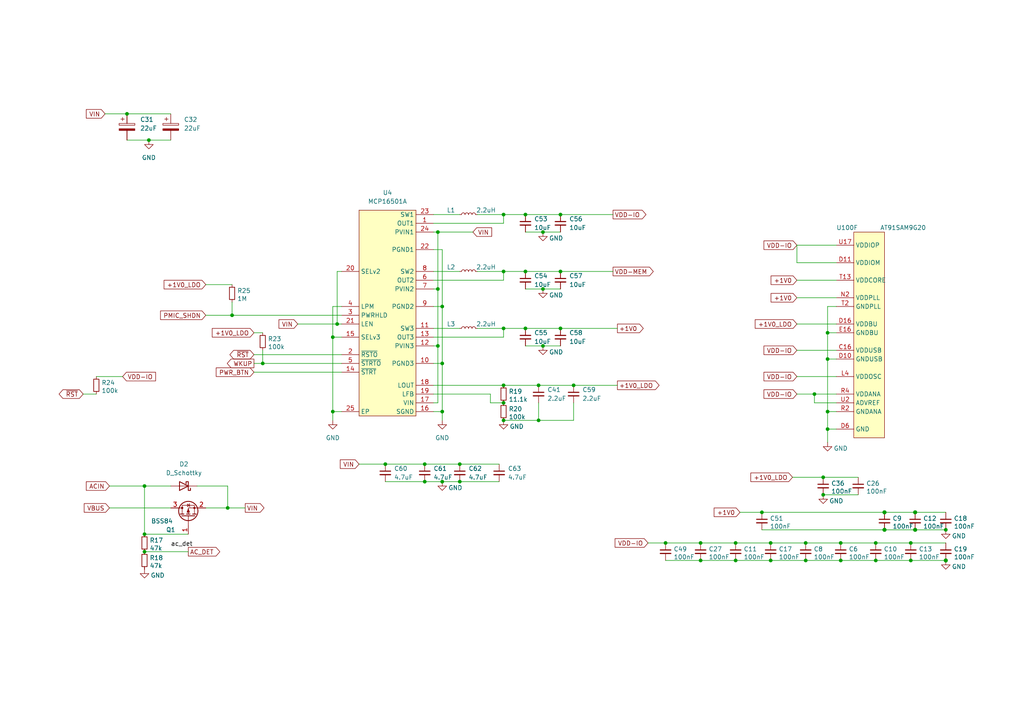
<source format=kicad_sch>
(kicad_sch (version 20211123) (generator eeschema)
  (paper "A4")
  (title_block (title "SAM9G20 SBC") (rev "0.1") (company "vd-rd"))
  (lib_symbols
    (symbol "Device:C_Polarized" (pin_numbers hide) (pin_names (offset 0.254))
      (property "Reference" "C" (at 0.635 2.54 0))
      (property "Value" "C_Polarized" (at 0.635 -2.54 0))
      (symbol "C_Polarized_0_1"
        (rectangle (start -2.286 0.508) (end 2.286 1.016))
        (polyline (pts (xy -1.778 2.286) (xy -0.762 2.286)))
        (polyline (pts (xy -1.27 2.794) (xy -1.27 1.778)))
        (rectangle (start 2.286 -0.508) (end -2.286 -1.016) (fill (type outline)))
      )
      (symbol "C_Polarized_1_1"
        (pin passive line (at 0 3.81 270) (length 2.794) (name "~") (number "1"))
        (pin passive line (at 0 -3.81 90) (length 2.794) (name "~") (number "2"))
      )
    )
    (symbol "Device:C_Small" (pin_numbers hide) (pin_names (offset 0.254) hide)
      (property "Reference" "C" (at 0.254 1.778 0))
      (property "Value" "C_Small" (at 0.254 -2.032 0))
      (symbol "C_Small_0_1"
        (polyline (pts (xy -1.524 -0.508) (xy 1.524 -0.508)) (stroke (width 0.3302)))
        (polyline (pts (xy -1.524 0.508) (xy 1.524 0.508)) (stroke (width 0.3048)))
      )
      (symbol "C_Small_1_1"
        (pin passive line (at 0 2.54 270) (length 2.032) (name "~") (number "1"))
        (pin passive line (at 0 -2.54 90) (length 2.032) (name "~") (number "2"))
      )
    )
    (symbol "Device:D_Schottky" (pin_numbers hide) (pin_names (offset 1.016) hide)
      (property "Reference" "D" (at 0 2.54 0))
      (property "Value" "D_Schottky" (at 0 -2.54 0))
      (symbol "D_Schottky_0_1"
        (polyline (pts (xy 1.27 0) (xy -1.27 0)))
        (polyline (pts (xy 1.27 1.27) (xy 1.27 -1.27) (xy -1.27 0) (xy 1.27 1.27)) (stroke (width 0.254)))
        (polyline (pts (xy -1.905 0.635) (xy -1.905 1.27) (xy -1.27 1.27) (xy -1.27 -1.27) (xy -0.635 -1.27) (xy -0.635 -0.635)) (stroke (width 0.254)))
      )
      (symbol "D_Schottky_1_1"
        (pin passive line (at -3.81 0 0) (length 2.54) (name "K") (number "1"))
        (pin passive line (at 3.81 0 180) (length 2.54) (name "A") (number "2"))
      )
    )
    (symbol "Device:L_Small" (pin_numbers hide) (pin_names (offset 0.254) hide)
      (property "Reference" "L" (at 0.762 1.016 0))
      (property "Value" "L_Small" (at 0.762 -1.016 0))
      (symbol "L_Small_0_1"
        (arc (start 0 -2.032) (mid 0.508 -1.524) (end 0 -1.016))
        (arc (start 0 -1.016) (mid 0.508 -0.508) (end 0 0))
        (arc (start 0 0) (mid 0.508 0.508) (end 0 1.016))
        (arc (start 0 1.016) (mid 0.508 1.524) (end 0 2.032))
      )
      (symbol "L_Small_1_1"
        (pin passive line (at 0 2.54 270) (length 0.508) (name "~") (number "1"))
        (pin passive line (at 0 -2.54 90) (length 0.508) (name "~") (number "2"))
      )
    )
    (symbol "Device:R_Small" (pin_numbers hide) (pin_names (offset 0.254) hide)
      (property "Reference" "R" (at 0.762 0.508 0))
      (property "Value" "R_Small" (at 0.762 -1.016 0))
      (symbol "R_Small_0_1"
        (rectangle (start -0.762 1.778) (end 0.762 -1.778) (stroke (width 0.2032)))
      )
      (symbol "R_Small_1_1"
        (pin passive line (at 0 2.54 270) (length 0.762) (name "~") (number "1"))
        (pin passive line (at 0 -2.54 90) (length 0.762) (name "~") (number "2"))
      )
    )
    (symbol "Transistor_FET:BSS84" (pin_names hide)
      (property "Reference" "Q" (at 5.08 1.905 0))
      (property "Value" "BSS84" (at 5.08 0 0))
      (symbol "BSS84_0_1"
        (polyline (pts (xy 0.254 0) (xy -2.54 0)))
        (polyline (pts (xy 0.254 1.905) (xy 0.254 -1.905)) (stroke (width 0.254)))
        (polyline (pts (xy 0.762 -1.27) (xy 0.762 -2.286)) (stroke (width 0.254)))
        (polyline (pts (xy 0.762 0.508) (xy 0.762 -0.508)) (stroke (width 0.254)))
        (polyline (pts (xy 0.762 2.286) (xy 0.762 1.27)) (stroke (width 0.254)))
        (polyline (pts (xy 2.54 2.54) (xy 2.54 1.778)))
        (polyline (pts (xy 2.54 -2.54) (xy 2.54 0) (xy 0.762 0)))
        (polyline (pts (xy 0.762 1.778) (xy 3.302 1.778) (xy 3.302 -1.778) (xy 0.762 -1.778)))
        (polyline (pts (xy 2.286 0) (xy 1.27 0.381) (xy 1.27 -0.381) (xy 2.286 0)) (fill (type outline)))
        (polyline (pts (xy 2.794 -0.508) (xy 2.921 -0.381) (xy 3.683 -0.381) (xy 3.81 -0.254)))
        (polyline (pts (xy 3.302 -0.381) (xy 2.921 0.254) (xy 3.683 0.254) (xy 3.302 -0.381)))
        (circle (center 1.651 0) (radius 2.794) (stroke (width 0.254)))
        (circle (center 2.54 -1.778) (radius 0.254) (fill (type outline)))
        (circle (center 2.54 1.778) (radius 0.254) (fill (type outline)))
      )
      (symbol "BSS84_1_1"
        (pin input line (at -5.08 0 0) (length 2.54) (name "G") (number "1"))
        (pin passive line (at 2.54 -5.08 90) (length 2.54) (name "S") (number "2"))
        (pin passive line (at 2.54 5.08 270) (length 2.54) (name "D") (number "3"))
      )
    )
    (symbol "microchip:AT91SAM9G20"
      (property "Reference" "U" (at 0 43.18 0))
      (property "Value" "AT91SAM9G20" (at -8.89 43.18 0))
      (symbol "AT91SAM9G20_1_0"
        (pin passive line (at -8.89 -31.75 0) (length 5.08) (name "PA28") (number "L14"))
        (pin passive line (at -8.89 -39.37 0) (length 5.08) (name "PA31") (number "N14"))
        (pin passive line (at -8.89 -36.83 0) (length 5.08) (name "PA30") (number "N15"))
        (pin passive line (at -8.89 36.83 0) (length 5.08) (name "PA1") (number "P11"))
        (pin passive line (at -8.89 31.75 0) (length 5.08) (name "PA3") (number "P12"))
        (pin passive line (at -8.89 21.59 0) (length 5.08) (name "PA7") (number "P13"))
        (pin passive line (at -8.89 16.51 0) (length 5.08) (name "PA9") (number "P14"))
        (pin passive line (at -8.89 -26.67 0) (length 5.08) (name "PA26") (number "P15"))
        (pin passive line (at -8.89 -24.13 0) (length 5.08) (name "PA25") (number "P16"))
        (pin passive line (at -8.89 39.37 0) (length 5.08) (name "PA0") (number "R10"))
        (pin passive line (at -8.89 29.21 0) (length 5.08) (name "PA4") (number "R11"))
        (pin passive line (at -8.89 26.67 0) (length 5.08) (name "PA5") (number "R12"))
        (pin passive line (at -8.89 13.97 0) (length 5.08) (name "PA10") (number "R13"))
        (pin passive line (at -8.89 -13.97 0) (length 5.08) (name "PA21") (number "R14"))
        (pin passive line (at -8.89 -19.05 0) (length 5.08) (name "PA23") (number "R15"))
        (pin passive line (at -8.89 -21.59 0) (length 5.08) (name "PA24") (number "R16"))
        (pin passive line (at -8.89 -34.29 0) (length 5.08) (name "PA29") (number "R17"))
        (pin passive line (at -8.89 24.13 0) (length 5.08) (name "PA6") (number "T10"))
        (pin passive line (at -8.89 19.05 0) (length 5.08) (name "PA8") (number "T11"))
        (pin passive line (at -8.89 11.43 0) (length 5.08) (name "PA11") (number "T12"))
        (pin passive line (at -8.89 -11.43 0) (length 5.08) (name "PA20") (number "T14"))
        (pin passive line (at -8.89 -16.51 0) (length 5.08) (name "PA22") (number "T16"))
        (pin passive line (at -8.89 -29.21 0) (length 5.08) (name "PA27") (number "T17"))
        (pin passive line (at -8.89 34.29 0) (length 5.08) (name "PA2") (number "T9"))
        (pin passive line (at -8.89 6.35 0) (length 5.08) (name "PA13") (number "U10"))
        (pin passive line (at -8.89 3.81 0) (length 5.08) (name "PA14") (number "U11"))
        (pin passive line (at -8.89 1.27 0) (length 5.08) (name "PA15") (number "U12"))
        (pin passive line (at -8.89 -8.89 0) (length 5.08) (name "PA19") (number "U13"))
        (pin passive line (at -8.89 -3.81 0) (length 5.08) (name "PA17") (number "U14"))
        (pin passive line (at -8.89 -1.27 0) (length 5.08) (name "PA16") (number "U15"))
        (pin passive line (at -8.89 -6.35 0) (length 5.08) (name "PA18") (number "U16"))
        (pin passive line (at -8.89 8.89 0) (length 5.08) (name "PA12") (number "U9"))
      )
      (symbol "AT91SAM9G20_1_1"
        (rectangle (start -3.81 40.64) (end 3.81 -40.64) (stroke (width 0.1524)) (fill (type background)))
      )
      (symbol "AT91SAM9G20_2_0"
        (pin passive line (at -8.89 -6.35 0) (length 5.08) (name "PB18") (number "H17"))
        (pin passive line (at -8.89 -8.89 0) (length 5.08) (name "PB19") (number "J15"))
        (pin passive line (at -8.89 -1.27 0) (length 5.08) (name "PB16") (number "J17"))
        (pin passive line (at -8.89 29.21 0) (length 5.08) (name "PB4") (number "K14"))
        (pin passive line (at -8.89 -3.81 0) (length 5.08) (name "PB17") (number "K15"))
        (pin passive line (at -8.89 1.27 0) (length 5.08) (name "PB15") (number "K17"))
        (pin passive line (at -8.89 16.51 0) (length 5.08) (name "PB9") (number "L15"))
        (pin passive line (at -8.89 19.05 0) (length 5.08) (name "PB8") (number "L16"))
        (pin passive line (at -8.89 3.81 0) (length 5.08) (name "PB14") (number "L17"))
        (pin passive line (at -8.89 36.83 0) (length 5.08) (name "PB1") (number "M14"))
        (pin passive line (at -8.89 34.29 0) (length 5.08) (name "PB2") (number "M15"))
        (pin passive line (at -8.89 31.75 0) (length 5.08) (name "PB3") (number "M16"))
        (pin passive line (at -8.89 21.59 0) (length 5.08) (name "PB7") (number "M17"))
        (pin passive line (at -8.89 39.37 0) (length 5.08) (name "PB0") (number "N16"))
        (pin passive line (at -8.89 24.13 0) (length 5.08) (name "PB6") (number "N17"))
        (pin passive line (at -8.89 -39.37 0) (length 5.08) (name "PB31") (number "P10"))
        (pin passive line (at -8.89 26.67 0) (length 5.08) (name "PB5") (number "P17"))
        (pin passive line (at -8.89 11.43 0) (length 5.08) (name "PB11") (number "P5"))
        (pin passive line (at -8.89 6.35 0) (length 5.08) (name "PB13") (number "P6"))
        (pin passive line (at -8.89 -21.59 0) (length 5.08) (name "PB24") (number "P7"))
        (pin passive line (at -8.89 -36.83 0) (length 5.08) (name "PB30") (number "P9"))
        (pin passive line (at -8.89 8.89 0) (length 5.08) (name "PB12") (number "R5"))
        (pin passive line (at -8.89 -19.05 0) (length 5.08) (name "PB23") (number "R6"))
        (pin passive line (at -8.89 -26.67 0) (length 5.08) (name "PB26") (number "R8"))
        (pin passive line (at -8.89 -31.75 0) (length 5.08) (name "PB28") (number "R9"))
        (pin passive line (at -8.89 13.97 0) (length 5.08) (name "PB10") (number "T5"))
        (pin passive line (at -8.89 -16.51 0) (length 5.08) (name "PB22") (number "T6"))
        (pin passive line (at -8.89 -34.29 0) (length 5.08) (name "PB29") (number "T8"))
        (pin passive line (at -8.89 -11.43 0) (length 5.08) (name "PB20") (number "U5"))
        (pin passive line (at -8.89 -13.97 0) (length 5.08) (name "PB21") (number "U6"))
        (pin passive line (at -8.89 -24.13 0) (length 5.08) (name "PB25") (number "U7"))
        (pin passive line (at -8.89 -29.21 0) (length 5.08) (name "PB27") (number "U8"))
      )
      (symbol "AT91SAM9G20_2_1"
        (rectangle (start -3.81 40.64) (end 3.81 -40.64) (stroke (width 0.1524)) (fill (type background)))
      )
      (symbol "AT91SAM9G20_3_0"
        (pin passive line (at -8.89 26.67 0) (length 5.08) (name "PC5") (number "A15"))
        (pin passive line (at -8.89 24.13 0) (length 5.08) (name "PC6") (number "A16"))
        (pin passive line (at -8.89 29.21 0) (length 5.08) (name "PC4") (number "A17"))
        (pin passive line (at -8.89 21.59 0) (length 5.08) (name "PC7") (number "B11"))
        (pin passive line (at -8.89 13.97 0) (length 5.08) (name "PC10") (number "B12"))
        (pin passive line (at -8.89 6.35 0) (length 5.08) (name "PC13") (number "B13"))
        (pin passive line (at -8.89 11.43 0) (length 5.08) (name "PC11") (number "B14"))
        (pin passive line (at -8.89 3.81 0) (length 5.08) (name "PC14") (number "B15"))
        (pin passive line (at -8.89 19.05 0) (length 5.08) (name "PC8") (number "B16"))
        (pin passive line (at -8.89 16.51 0) (length 5.08) (name "PC9") (number "C11"))
        (pin passive line (at -8.89 8.89 0) (length 5.08) (name "PC12") (number "C12"))
        (pin passive line (at -8.89 1.27 0) (length 5.08) (name "PC15") (number "G1"))
        (pin passive line (at -8.89 -6.35 0) (length 5.08) (name "PC18") (number "H1"))
        (pin passive line (at -8.89 -8.89 0) (length 5.08) (name "PC19") (number "J1"))
        (pin passive line (at -8.89 -3.81 0) (length 5.08) (name "PC17") (number "J2"))
        (pin passive line (at -8.89 -1.27 0) (length 5.08) (name "PC16") (number "J4"))
        (pin passive line (at -8.89 -21.59 0) (length 5.08) (name "PC24") (number "K1"))
        (pin passive line (at -8.89 -11.43 0) (length 5.08) (name "PC20") (number "K2"))
        (pin passive line (at -8.89 -13.97 0) (length 5.08) (name "PC21") (number "K4"))
        (pin passive line (at -8.89 -26.67 0) (length 5.08) (name "PC26") (number "L2"))
        (pin passive line (at -8.89 -24.13 0) (length 5.08) (name "PC25") (number "L3"))
        (pin passive line (at -8.89 -39.37 0) (length 5.08) (name "PC31") (number "M2"))
        (pin passive line (at -8.89 -16.51 0) (length 5.08) (name "PC22") (number "M4"))
        (pin passive line (at -8.89 -19.05 0) (length 5.08) (name "PC23") (number "N3"))
        (pin passive line (at -8.89 -29.21 0) (length 5.08) (name "PC27") (number "N4"))
        (pin passive line (at -8.89 -36.83 0) (length 5.08) (name "PC30") (number "P3"))
        (pin passive line (at -8.89 -31.75 0) (length 5.08) (name "PC28") (number "P4"))
        (pin passive line (at -8.89 -34.29 0) (length 5.08) (name "PC29") (number "R3"))
        (pin passive line (at -8.89 39.37 0) (length 5.08) (name "PC0") (number "T3"))
        (pin passive line (at -8.89 36.83 0) (length 5.08) (name "PC1") (number "T4"))
        (pin passive line (at -8.89 34.29 0) (length 5.08) (name "PC2") (number "U3"))
        (pin passive line (at -8.89 31.75 0) (length 5.08) (name "PC3") (number "U4"))
      )
      (symbol "AT91SAM9G20_3_1"
        (rectangle (start -3.81 40.64) (end 3.81 -40.64) (stroke (width 0.1524)) (fill (type background)))
      )
      (symbol "AT91SAM9G20_4_0"
        (pin passive line (at 24.13 -24.13 180) (length 5.08) (name "NWR3/NBS3/CFIOW") (number "A1"))
        (pin passive line (at -12.7 -15.24 0) (length 5.08) (name "A21") (number "A10"))
        (pin passive line (at -12.7 -17.78 0) (length 5.08) (name "A22") (number "A11"))
        (pin passive line (at 24.13 -19.05 180) (length 5.08) (name "NWR0/NWE/CFWE") (number "A12"))
        (pin passive line (at 24.13 -29.21 180) (length 5.08) (name "NRD/CFOE") (number "A13"))
        (pin passive line (at 24.13 -6.35 180) (length 5.08) (name "NCS0") (number "A14"))
        (pin passive line (at -12.7 38.1 0) (length 5.08) (name "A0/NBS0") (number "A2"))
        (pin passive line (at -12.7 35.56 0) (length 5.08) (name "A1/NBS2/NWR2") (number "A3"))
        (pin passive line (at -12.7 22.86 0) (length 5.08) (name "A6") (number "A4"))
        (pin passive line (at -12.7 17.78 0) (length 5.08) (name "A8") (number "A5"))
        (pin passive line (at -12.7 10.16 0) (length 5.08) (name "A11") (number "A6"))
        (pin passive line (at -12.7 5.08 0) (length 5.08) (name "A13") (number "A7"))
        (pin passive line (at -12.7 -2.54 0) (length 5.08) (name "A16/BA0") (number "A8"))
        (pin passive line (at -12.7 -7.62 0) (length 5.08) (name "A18") (number "A9"))
        (pin passive line (at -12.7 -35.56 0) (length 5.08) (name "SDCK") (number "B1"))
        (pin passive line (at 24.13 -31.75 180) (length 5.08) (name "NANDWE") (number "B10"))
        (pin passive line (at 24.13 -21.59 180) (length 5.08) (name "NWR1/NBS1/CFIOR") (number "B2"))
        (pin passive line (at 24.13 -8.89 180) (length 5.08) (name "NCS1/SDCS") (number "B3"))
        (pin passive line (at -12.7 -22.86 0) (length 5.08) (name "SDA10") (number "B4"))
        (pin passive line (at -12.7 30.48 0) (length 5.08) (name "A3") (number "B5"))
        (pin passive line (at -12.7 20.32 0) (length 5.08) (name "A7") (number "B6"))
        (pin passive line (at -12.7 7.62 0) (length 5.08) (name "A12") (number "B7"))
        (pin passive line (at -12.7 0 0) (length 5.08) (name "A15") (number "B8"))
        (pin passive line (at -12.7 -12.7 0) (length 5.08) (name "A20") (number "B9"))
        (pin passive line (at 24.13 17.78 180) (length 5.08) (name "D8") (number "C1"))
        (pin passive line (at 24.13 -34.29 180) (length 5.08) (name "NANDOE") (number "C10"))
        (pin passive line (at 24.13 35.56 180) (length 5.08) (name "D1") (number "C2"))
        (pin passive line (at -12.7 -33.02 0) (length 5.08) (name "CAS") (number "C3"))
        (pin passive line (at -12.7 33.02 0) (length 5.08) (name "A2") (number "C4"))
        (pin passive line (at -12.7 27.94 0) (length 5.08) (name "A4") (number "C5"))
        (pin passive line (at -12.7 15.24 0) (length 5.08) (name "A9") (number "C6"))
        (pin passive line (at -12.7 2.54 0) (length 5.08) (name "A14") (number "C7"))
        (pin passive line (at -12.7 -5.08 0) (length 5.08) (name "A17/BA1") (number "C8"))
        (pin passive line (at -12.7 -10.16 0) (length 5.08) (name "A19") (number "C9"))
        (pin passive line (at 24.13 15.24 180) (length 5.08) (name "D9") (number "D1"))
        (pin passive line (at 24.13 33.02 180) (length 5.08) (name "D2") (number "D2"))
        (pin passive line (at -12.7 -27.94 0) (length 5.08) (name "RAS") (number "D3"))
        (pin passive line (at 24.13 38.1 180) (length 5.08) (name "D0") (number "D4"))
        (pin passive line (at -12.7 25.4 0) (length 5.08) (name "A5") (number "D5"))
        (pin passive line (at -12.7 12.7 0) (length 5.08) (name "A10") (number "D7"))
        (pin passive line (at 24.13 12.7 180) (length 5.08) (name "D10") (number "E1"))
        (pin passive line (at 24.13 25.4 180) (length 5.08) (name "D5") (number "E2"))
        (pin passive line (at 24.13 30.48 180) (length 5.08) (name "D3") (number "E3"))
        (pin passive line (at 24.13 27.94 180) (length 5.08) (name "D4") (number "E4"))
        (pin passive line (at 24.13 5.08 180) (length 5.08) (name "D13") (number "F1"))
        (pin passive line (at -12.7 -30.48 0) (length 5.08) (name "SDWE") (number "F2"))
        (pin passive line (at 24.13 22.86 180) (length 5.08) (name "D6") (number "F3"))
        (pin passive line (at 24.13 20.32 180) (length 5.08) (name "D7") (number "G2"))
        (pin passive line (at -12.7 -38.1 0) (length 5.08) (name "SDCKE") (number "G3"))
        (pin passive line (at 24.13 2.54 180) (length 5.08) (name "D14") (number "H2"))
        (pin passive line (at 24.13 7.62 180) (length 5.08) (name "D12") (number "H3"))
        (pin passive line (at 24.13 10.16 180) (length 5.08) (name "D11") (number "H4"))
        (pin passive line (at 24.13 0 180) (length 5.08) (name "D15") (number "K3"))
      )
      (symbol "AT91SAM9G20_4_1"
        (rectangle (start -7.62 39.37) (end 19.05 -39.37) (stroke (width 0.1524)) (fill (type background)))
      )
      (symbol "AT91SAM9G20_5_0"
        (pin passive line (at -8.89 3.81 0) (length 5.08) (name "WKUP") (number "B17"))
        (pin passive line (at -8.89 -3.81 0) (length 5.08) (name "DDP") (number "C13"))
        (pin passive line (at -8.89 -13.97 0) (length 5.08) (name "HDMB") (number "C14"))
        (pin no_connect line (at -8.89 -44.45 0) (length 5.08) hide (name "NC") (number "C15"))
        (pin passive line (at -8.89 1.27 0) (length 5.08) (name "SHDN") (number "C17"))
        (pin passive line (at -8.89 -6.35 0) (length 5.08) (name "DDM") (number "D13"))
        (pin passive line (at -8.89 -11.43 0) (length 5.08) (name "HDPB") (number "D14"))
        (pin no_connect line (at -8.89 -44.45 0) (length 5.08) (name "NC") (number "D15"))
        (pin passive line (at -8.89 -31.75 0) (length 5.08) (name "XIN32") (number "D17"))
        (pin passive line (at -8.89 -19.05 0) (length 5.08) (name "HDPA") (number "E14"))
        (pin passive line (at -8.89 -21.59 0) (length 5.08) (name "HDMA") (number "E15"))
        (pin passive line (at -8.89 -34.29 0) (length 5.08) (name "XOUT32") (number "E17"))
        (pin passive line (at -8.89 6.35 0) (length 5.08) (name "OSCSEL") (number "F14"))
        (pin passive line (at -8.89 8.89 0) (length 5.08) (name "BMS") (number "F15"))
        (pin passive line (at -8.89 31.75 0) (length 5.08) (name "JTAGSEL") (number "F16"))
        (pin passive line (at -8.89 -26.67 0) (length 5.08) (name "TST") (number "F17"))
        (pin passive line (at -8.89 11.43 0) (length 5.08) (name "NRST") (number "G15"))
        (pin passive line (at -8.89 19.05 0) (length 5.08) (name "RTCK") (number "G16"))
        (pin passive line (at -8.89 21.59 0) (length 5.08) (name "TMS") (number "G17"))
        (pin passive line (at -8.89 29.21 0) (length 5.08) (name "TCK") (number "H15"))
        (pin passive line (at -8.89 16.51 0) (length 5.08) (name "NTRST") (number "H16"))
        (pin passive line (at -8.89 24.13 0) (length 5.08) (name "TDO") (number "J14"))
        (pin passive line (at -8.89 26.67 0) (length 5.08) (name "TDI") (number "J16"))
        (pin passive line (at -8.89 -36.83 0) (length 5.08) (name "XIN") (number "N1"))
        (pin passive line (at -8.89 -39.37 0) (length 5.08) (name "XOUT") (number "P1"))
        (pin no_connect line (at -8.89 -44.45 0) (length 5.08) hide (name "NC") (number "R1"))
        (pin no_connect line (at -8.89 -44.45 0) (length 5.08) hide (name "NC") (number "T1"))
      )
      (symbol "AT91SAM9G20_5_1"
        (rectangle (start -3.81 34.29) (end 5.08 -46.99) (stroke (width 0.1524)) (fill (type background)))
      )
      (symbol "AT91SAM9G20_6_0"
        (pin passive line (at -6.35 3.81 0) (length 5.08) (name "VDDUSB") (number "C16"))
        (pin passive line (at -6.35 1.27 0) (length 5.08) (name "GNDUSB") (number "D10"))
        (pin power_in line (at -6.35 29.21 0) (length 5.08) (name "VDDIOM") (number "D11"))
        (pin passive line (at -6.35 1.27 0) (length 5.08) hide (name "GNDUSB") (number "D12"))
        (pin power_in line (at -6.35 11.43 0) (length 5.08) (name "VDDBU") (number "D16"))
        (pin passive line (at -6.35 -19.05 0) (length 5.08) (name "GND") (number "D6"))
        (pin passive line (at -6.35 -19.05 0) (length 5.08) hide (name "GND") (number "D8"))
        (pin power_in line (at -6.35 24.13 0) (length 5.08) hide (name "VDDCORE") (number "D9"))
        (pin passive line (at -6.35 8.89 0) (length 5.08) (name "GNDBU") (number "E16"))
        (pin passive line (at -6.35 -19.05 0) (length 5.08) hide (name "GND") (number "F4"))
        (pin passive line (at -6.35 -19.05 0) (length 5.08) hide (name "GND") (number "G14"))
        (pin power_in line (at -6.35 29.21 0) (length 5.08) hide (name "VDDIOM") (number "G4"))
        (pin passive line (at -6.35 -19.05 0) (length 5.08) hide (name "GND") (number "H10"))
        (pin power_in line (at -6.35 24.13 0) (length 5.08) hide (name "VDDCORE") (number "H14"))
        (pin passive line (at -6.35 -19.05 0) (length 5.08) hide (name "GND") (number "H8"))
        (pin passive line (at -6.35 -19.05 0) (length 5.08) hide (name "GND") (number "H9"))
        (pin passive line (at -6.35 -19.05 0) (length 5.08) hide (name "GND") (number "J10"))
        (pin power_in line (at -6.35 29.21 0) (length 5.08) hide (name "VDDIOM") (number "J3"))
        (pin passive line (at -6.35 -19.05 0) (length 5.08) hide (name "GND") (number "J8"))
        (pin passive line (at -6.35 -19.05 0) (length 5.08) hide (name "GND") (number "J9"))
        (pin passive line (at -6.35 -19.05 0) (length 5.08) hide (name "GND") (number "K10"))
        (pin passive line (at -6.35 -19.05 0) (length 5.08) hide (name "GND") (number "K16"))
        (pin passive line (at -6.35 -19.05 0) (length 5.08) hide (name "GND") (number "K8"))
        (pin passive line (at -6.35 -19.05 0) (length 5.08) hide (name "GND") (number "K9"))
        (pin passive line (at -6.35 -19.05 0) (length 5.08) hide (name "GND") (number "L1"))
        (pin passive line (at -6.35 -3.81 0) (length 5.08) (name "VDDOSC") (number "L4"))
        (pin power_in line (at -6.35 24.13 0) (length 5.08) hide (name "VDDCORE") (number "M1"))
        (pin passive line (at -6.35 -19.05 0) (length 5.08) hide (name "GND") (number "M3"))
        (pin passive line (at -6.35 19.05 0) (length 5.08) (name "VDDPLL") (number "N2"))
        (pin passive line (at -6.35 19.05 0) (length 5.08) hide (name "VDDPLL") (number "P2"))
        (pin power_in line (at -6.35 34.29 0) (length 5.08) hide (name "VDDIOP") (number "P8"))
        (pin passive line (at -6.35 -13.97 0) (length 5.08) (name "GNDANA") (number "R2"))
        (pin passive line (at -6.35 -8.89 0) (length 5.08) (name "VDDANA") (number "R4"))
        (pin passive line (at -6.35 -19.05 0) (length 5.08) hide (name "GND") (number "R7"))
        (pin power_in line (at -6.35 24.13 0) (length 5.08) (name "VDDCORE") (number "T13"))
        (pin passive line (at -6.35 -19.05 0) (length 5.08) hide (name "GND") (number "T15"))
        (pin passive line (at -6.35 16.51 0) (length 5.08) (name "GNDPLL") (number "T2"))
        (pin passive line (at -6.35 -19.05 0) (length 5.08) hide (name "GND") (number "T7"))
        (pin passive line (at -6.35 16.51 0) (length 5.08) hide (name "GNDPLL") (number "U1"))
        (pin power_in line (at -6.35 34.29 0) (length 5.08) (name "VDDIOP") (number "U17"))
        (pin passive line (at -6.35 -11.43 0) (length 5.08) (name "ADVREF") (number "U2"))
      )
      (symbol "AT91SAM9G20_6_1"
        (rectangle (start -1.27 38.1) (end 7.62 -21.59) (stroke (width 0.1524)) (fill (type background)))
      )
    )
    (symbol "microchip:MCP16501"
      (property "Reference" "U" (at -1.27 35.56 0))
      (property "Value" "MCP16501" (at 0 33.02 0))
      (symbol "MCP16501_0_1"
        (rectangle (start -7.62 31.75) (end 8.89 -27.94) (stroke (width 0.1524)) (fill (type background)))
      )
      (symbol "MCP16501_1_0"
        (pin passive line (at 13.97 27.94 180) (length 5.08) (name "OUT1") (number "1"))
        (pin passive line (at 13.97 -12.7 180) (length 5.08) (name "PGND3") (number "10"))
        (pin passive line (at 13.97 -2.54 180) (length 5.08) (name "SW3") (number "11"))
        (pin passive line (at 13.97 -7.62 180) (length 5.08) (name "PVIN3") (number "12"))
        (pin passive line (at 13.97 -5.08 180) (length 5.08) (name "OUT3") (number "13"))
        (pin passive line (at -12.7 -15.24 0) (length 5.08) (name "~{STRT}") (number "14"))
        (pin passive line (at -12.7 -5.08 0) (length 5.08) (name "SELv3") (number "15"))
        (pin passive line (at 13.97 -26.67 180) (length 5.08) (name "SGND") (number "16"))
        (pin passive line (at 13.97 -24.13 180) (length 5.08) (name "VIN") (number "17"))
        (pin passive line (at 13.97 -19.05 180) (length 5.08) (name "LOUT") (number "18"))
        (pin passive line (at 13.97 -21.59 180) (length 5.08) (name "LFB") (number "19"))
        (pin passive line (at -12.7 -10.16 0) (length 5.08) (name "~{RSTO}") (number "2"))
        (pin passive line (at -12.7 13.97 0) (length 5.08) (name "SELv2") (number "20"))
        (pin passive line (at -12.7 -1.27 0) (length 5.08) (name "LEN") (number "21"))
        (pin passive line (at 13.97 20.32 180) (length 5.08) (name "PGND1") (number "22"))
        (pin passive line (at 13.97 30.48 180) (length 5.08) (name "SW1") (number "23"))
        (pin passive line (at 13.97 25.4 180) (length 5.08) (name "PVIN1") (number "24"))
        (pin passive line (at -12.7 -26.67 0) (length 5.08) (name "EP") (number "25"))
        (pin passive line (at -12.7 1.27 0) (length 5.08) (name "PWRHLD") (number "3"))
        (pin passive line (at -12.7 3.81 0) (length 5.08) (name "LPM") (number "4"))
        (pin passive line (at -12.7 -12.7 0) (length 5.08) (name "~{STRTO}") (number "5"))
        (pin passive line (at 13.97 11.43 180) (length 5.08) (name "OUT2") (number "6"))
        (pin passive line (at 13.97 8.89 180) (length 5.08) (name "PVIN2") (number "7"))
        (pin passive line (at 13.97 13.97 180) (length 5.08) (name "SW2") (number "8"))
        (pin passive line (at 13.97 3.81 180) (length 5.08) (name "PGND2") (number "9"))
      )
    )
    (symbol "power:GND" (power) (pin_names (offset 0))
      (property "Value" "GND" (at 0 -3.81 0))
      (symbol "GND_0_1"
        (polyline (pts (xy 0 0) (xy 0 -1.27) (xy 1.27 -1.27) (xy 0 -2.54) (xy -1.27 -1.27) (xy 0 -1.27)))
      )
      (symbol "GND_1_1"
        (pin power_in line (at 0 0 270) (length 0) hide (name "GND") (number "1"))
      )
    )
  )
  (junction (at 264.16 162.56))
  (junction (at 128.27 139.7))
  (junction (at 157.48 100.33))
  (junction (at 133.35 139.7))
  (junction (at 146.05 116.84))
  (junction (at 146.05 111.76))
  (junction (at 128.27 119.38))
  (junction (at 254 157.48))
  (junction (at 146.05 78.74))
  (junction (at 223.52 157.48))
  (junction (at 203.2 162.56))
  (junction (at 203.2 157.48))
  (junction (at 233.68 162.56))
  (junction (at 123.19 139.7))
  (junction (at 243.84 162.56))
  (junction (at 236.22 114.3))
  (junction (at 166.37 111.76))
  (junction (at 256.54 153.67) (diameter 1.016))
  (junction (at 238.76 143.51))
  (junction (at 76.2 105.41))
  (junction (at 97.79 93.98))
  (junction (at 233.68 157.48))
  (junction (at 240.03 96.52))
  (junction (at 36.83 33.02))
  (junction (at 274.32 162.56) (diameter 1.016))
  (junction (at 162.56 95.25))
  (junction (at 67.31 91.44))
  (junction (at 41.91 160.02))
  (junction (at 213.36 162.56))
  (junction (at 96.52 97.79))
  (junction (at 123.19 134.62))
  (junction (at 254 162.56))
  (junction (at 111.76 134.62))
  (junction (at 96.52 119.38))
  (junction (at 265.43 148.59) (diameter 1.016))
  (junction (at 127 83.82))
  (junction (at 66.04 147.32))
  (junction (at 264.16 157.48))
  (junction (at 156.21 121.92))
  (junction (at 146.05 95.25))
  (junction (at 146.05 62.23))
  (junction (at 256.54 148.59) (diameter 1.016))
  (junction (at 128.27 105.41))
  (junction (at 127 67.31))
  (junction (at 240.03 119.38))
  (junction (at 128.27 88.9))
  (junction (at 157.48 67.31))
  (junction (at 146.05 121.92))
  (junction (at 240.03 104.14))
  (junction (at 152.4 95.25))
  (junction (at 240.03 124.46))
  (junction (at 133.35 134.62))
  (junction (at 265.43 153.67) (diameter 1.016))
  (junction (at 243.84 157.48))
  (junction (at 152.4 62.23))
  (junction (at 193.04 157.48))
  (junction (at 238.76 138.43))
  (junction (at 152.4 78.74))
  (junction (at 162.56 78.74))
  (junction (at 41.91 140.97))
  (junction (at 127 100.33))
  (junction (at 274.32 153.67))
  (junction (at 220.98 148.59))
  (junction (at 43.18 40.64))
  (junction (at 41.91 154.94))
  (junction (at 223.52 162.56))
  (junction (at 162.56 62.23))
  (junction (at 157.48 83.82))
  (junction (at 156.21 111.76))
  (junction (at 213.36 157.48))
  (wire (pts (xy 220.98 153.67) (xy 256.54 153.67)))
  (wire (pts (xy 127 116.84) (xy 127 100.33)))
  (wire (pts (xy 125.73 83.82) (xy 127 83.82)))
  (wire (pts (xy 243.84 162.56) (xy 254 162.56)))
  (wire (pts (xy 67.31 91.44) (xy 99.06 91.44)))
  (wire (pts (xy 238.76 143.51) (xy 248.92 143.51)))
  (wire (pts (xy 30.48 33.02) (xy 36.83 33.02)))
  (wire (pts (xy 231.14 81.28) (xy 242.57 81.28)))
  (wire (pts (xy 162.56 95.25) (xy 179.07 95.25)))
  (wire (pts (xy 157.48 67.31) (xy 162.56 67.31)))
  (wire (pts (xy 146.05 81.28) (xy 146.05 78.74)))
  (wire (pts (xy 156.21 116.84) (xy 156.21 121.92)))
  (wire (pts (xy 57.15 140.97) (xy 66.04 140.97)))
  (wire (pts (xy 59.69 91.44) (xy 67.31 91.44)))
  (wire (pts (xy 127 83.82) (xy 127 67.31)))
  (wire (pts (xy 213.36 162.56) (xy 223.52 162.56)))
  (wire (pts (xy 223.52 162.56) (xy 233.68 162.56)))
  (wire (pts (xy 233.68 162.56) (xy 243.84 162.56)))
  (wire (pts (xy 166.37 111.76) (xy 179.07 111.76)))
  (wire (pts (xy 240.03 119.38) (xy 240.03 124.46)))
  (wire (pts (xy 240.03 88.9) (xy 240.03 96.52)))
  (wire (pts (xy 242.57 88.9) (xy 240.03 88.9)))
  (wire (pts (xy 240.03 96.52) (xy 240.03 104.14)))
  (wire (pts (xy 240.03 104.14) (xy 240.03 119.38)))
  (wire (pts (xy 240.03 124.46) (xy 240.03 128.27)))
  (wire (pts (xy 146.05 64.77) (xy 146.05 62.23)))
  (wire (pts (xy 41.91 140.97) (xy 49.53 140.97)))
  (wire (pts (xy 125.73 97.79) (xy 146.05 97.79)))
  (wire (pts (xy 240.03 124.46) (xy 242.57 124.46)))
  (wire (pts (xy 73.66 105.41) (xy 76.2 105.41)))
  (wire (pts (xy 125.73 105.41) (xy 128.27 105.41)))
  (wire (pts (xy 238.76 138.43) (xy 248.92 138.43)))
  (wire (pts (xy 125.73 78.74) (xy 133.35 78.74)))
  (wire (pts (xy 127 100.33) (xy 127 83.82)))
  (wire (pts (xy 125.73 88.9) (xy 128.27 88.9)))
  (wire (pts (xy 156.21 111.76) (xy 166.37 111.76)))
  (wire (pts (xy 128.27 88.9) (xy 128.27 105.41)))
  (wire (pts (xy 231.14 101.6) (xy 242.57 101.6)))
  (wire (pts (xy 96.52 119.38) (xy 96.52 121.92)))
  (wire (pts (xy 231.14 71.12) (xy 231.14 76.2)))
  (wire (pts (xy 166.37 121.92) (xy 156.21 121.92)))
  (wire (pts (xy 31.75 147.32) (xy 49.53 147.32)))
  (wire (pts (xy 152.4 100.33) (xy 157.48 100.33)))
  (wire (pts (xy 97.79 93.98) (xy 99.06 93.98)))
  (wire (pts (xy 152.4 83.82) (xy 157.48 83.82)))
  (wire (pts (xy 142.24 116.84) (xy 142.24 114.3)))
  (wire (pts (xy 157.48 83.82) (xy 162.56 83.82)))
  (wire (pts (xy 127 67.31) (xy 137.16 67.31)))
  (wire (pts (xy 125.73 100.33) (xy 127 100.33)))
  (wire (pts (xy 125.73 119.38) (xy 128.27 119.38)))
  (wire (pts (xy 152.4 78.74) (xy 162.56 78.74)))
  (wire (pts (xy 66.04 140.97) (xy 66.04 147.32)))
  (wire (pts (xy 41.91 160.02) (xy 54.61 160.02)))
  (wire (pts (xy 162.56 78.74) (xy 177.8 78.74)))
  (wire (pts (xy 229.87 138.43) (xy 238.76 138.43)))
  (wire (pts (xy 36.83 40.64) (xy 43.18 40.64)))
  (wire (pts (xy 43.18 40.64) (xy 49.53 40.64)))
  (wire (pts (xy 128.27 119.38) (xy 128.27 121.92)))
  (wire (pts (xy 152.4 67.31) (xy 157.48 67.31)))
  (wire (pts (xy 125.73 111.76) (xy 146.05 111.76)))
  (wire (pts (xy 31.75 140.97) (xy 41.91 140.97)))
  (wire (pts (xy 220.98 148.59) (xy 256.54 148.59)))
  (wire (pts (xy 214.63 148.59) (xy 220.98 148.59)))
  (wire (pts (xy 96.52 88.9) (xy 96.52 97.79)))
  (wire (pts (xy 146.05 78.74) (xy 138.43 78.74)))
  (wire (pts (xy 99.06 97.79) (xy 96.52 97.79)))
  (wire (pts (xy 36.83 33.02) (xy 49.53 33.02)))
  (wire (pts (xy 97.79 78.74) (xy 97.79 93.98)))
  (wire (pts (xy 157.48 100.33) (xy 162.56 100.33)))
  (wire (pts (xy 152.4 62.23) (xy 162.56 62.23)))
  (wire (pts (xy 24.13 114.3) (xy 27.94 114.3)))
  (wire (pts (xy 125.73 116.84) (xy 127 116.84)))
  (wire (pts (xy 125.73 114.3) (xy 142.24 114.3)))
  (wire (pts (xy 223.52 157.48) (xy 233.68 157.48)))
  (wire (pts (xy 243.84 157.48) (xy 254 157.48)))
  (wire (pts (xy 233.68 157.48) (xy 243.84 157.48)))
  (wire (pts (xy 203.2 157.48) (xy 213.36 157.48)))
  (wire (pts (xy 213.36 157.48) (xy 223.52 157.48)))
  (wire (pts (xy 187.96 157.48) (xy 193.04 157.48)))
  (wire (pts (xy 146.05 62.23) (xy 152.4 62.23)))
  (wire (pts (xy 193.04 157.48) (xy 203.2 157.48)))
  (wire (pts (xy 152.4 95.25) (xy 162.56 95.25)))
  (wire (pts (xy 133.35 139.7) (xy 144.78 139.7)))
  (wire (pts (xy 99.06 78.74) (xy 97.79 78.74)))
  (wire (pts (xy 125.73 81.28) (xy 146.05 81.28)))
  (wire (pts (xy 128.27 105.41) (xy 128.27 119.38)))
  (wire (pts (xy 256.54 153.67) (xy 265.43 153.67)))
  (wire (pts (xy 242.57 116.84) (xy 236.22 116.84)))
  (wire (pts (xy 236.22 114.3) (xy 236.22 116.84)))
  (wire (pts (xy 133.35 134.62) (xy 144.78 134.62)))
  (wire (pts (xy 111.76 134.62) (xy 123.19 134.62)))
  (wire (pts (xy 265.43 153.67) (xy 274.32 153.67)))
  (wire (pts (xy 86.36 93.98) (xy 97.79 93.98)))
  (wire (pts (xy 27.94 109.22) (xy 35.56 109.22)))
  (wire (pts (xy 240.03 96.52) (xy 242.57 96.52)))
  (wire (pts (xy 146.05 95.25) (xy 152.4 95.25)))
  (wire (pts (xy 76.2 101.6) (xy 76.2 105.41)))
  (wire (pts (xy 127 67.31) (xy 125.73 67.31)))
  (wire (pts (xy 254 157.48) (xy 264.16 157.48)))
  (wire (pts (xy 231.14 76.2) (xy 242.57 76.2)))
  (wire (pts (xy 231.14 71.12) (xy 242.57 71.12)))
  (wire (pts (xy 125.73 95.25) (xy 133.35 95.25)))
  (wire (pts (xy 67.31 87.63) (xy 67.31 91.44)))
  (wire (pts (xy 73.66 107.95) (xy 99.06 107.95)))
  (wire (pts (xy 240.03 104.14) (xy 242.57 104.14)))
  (wire (pts (xy 96.52 97.79) (xy 96.52 119.38)))
  (wire (pts (xy 166.37 116.84) (xy 166.37 121.92)))
  (wire (pts (xy 146.05 116.84) (xy 142.24 116.84)))
  (wire (pts (xy 240.03 119.38) (xy 242.57 119.38)))
  (wire (pts (xy 146.05 97.79) (xy 146.05 95.25)))
  (wire (pts (xy 156.21 121.92) (xy 146.05 121.92)))
  (wire (pts (xy 76.2 105.41) (xy 99.06 105.41)))
  (wire (pts (xy 146.05 111.76) (xy 156.21 111.76)))
  (wire (pts (xy 265.43 148.59) (xy 274.32 148.59)))
  (wire (pts (xy 128.27 139.7) (xy 133.35 139.7)))
  (wire (pts (xy 66.04 147.32) (xy 71.12 147.32)))
  (wire (pts (xy 73.66 96.52) (xy 76.2 96.52)))
  (wire (pts (xy 146.05 78.74) (xy 152.4 78.74)))
  (wire (pts (xy 123.19 139.7) (xy 128.27 139.7)))
  (wire (pts (xy 162.56 62.23) (xy 177.8 62.23)))
  (wire (pts (xy 96.52 88.9) (xy 99.06 88.9)))
  (wire (pts (xy 128.27 72.39) (xy 128.27 88.9)))
  (wire (pts (xy 236.22 114.3) (xy 242.57 114.3)))
  (wire (pts (xy 231.14 114.3) (xy 236.22 114.3)))
  (wire (pts (xy 231.14 109.22) (xy 242.57 109.22)))
  (wire (pts (xy 54.61 154.94) (xy 41.91 154.94)))
  (wire (pts (xy 203.2 162.56) (xy 213.36 162.56)))
  (wire (pts (xy 111.76 139.7) (xy 123.19 139.7)))
  (wire (pts (xy 146.05 62.23) (xy 138.43 62.23)))
  (wire (pts (xy 99.06 119.38) (xy 96.52 119.38)))
  (wire (pts (xy 104.14 134.62) (xy 111.76 134.62)))
  (wire (pts (xy 41.91 154.94) (xy 41.91 140.97)))
  (wire (pts (xy 256.54 148.59) (xy 265.43 148.59)))
  (wire (pts (xy 73.66 102.87) (xy 99.06 102.87)))
  (wire (pts (xy 66.04 147.32) (xy 59.69 147.32)))
  (wire (pts (xy 59.69 82.55) (xy 67.31 82.55)))
  (wire (pts (xy 125.73 62.23) (xy 133.35 62.23)))
  (wire (pts (xy 231.14 93.98) (xy 242.57 93.98)))
  (wire (pts (xy 146.05 95.25) (xy 138.43 95.25)))
  (wire (pts (xy 123.19 134.62) (xy 133.35 134.62)))
  (wire (pts (xy 125.73 64.77) (xy 146.05 64.77)))
  (wire (pts (xy 231.14 86.36) (xy 242.57 86.36)))
  (wire (pts (xy 264.16 162.56) (xy 274.32 162.56)))
  (wire (pts (xy 254 162.56) (xy 264.16 162.56)))
  (wire (pts (xy 193.04 162.56) (xy 203.2 162.56)))
  (wire (pts (xy 264.16 157.48) (xy 274.32 157.48)))
  (wire (pts (xy 125.73 72.39) (xy 128.27 72.39)))
  (label "ac_det" (at 49.53 158.75 0))
  (global_label "VIN" (shape input) (at 104.14 134.62 180) (property "Intersheet References" "${INTERSHEET_REFS}" (effects hide)))
  (global_label "+1V0_LDO" (shape output) (at 179.07 111.76 0) (property "Intersheet References" "${INTERSHEET_REFS}" (effects hide)))
  (global_label "+1V0_LDO" (shape input) (at 73.66 96.52 180) (property "Intersheet References" "${INTERSHEET_REFS}" (effects hide)))
  (global_label "VDD-MEM" (shape output) (at 177.8 78.74 0) (property "Intersheet References" "${INTERSHEET_REFS}" (effects hide)))
  (global_label "ACIN" (shape input) (at 31.75 140.97 180) (property "Intersheet References" "${INTERSHEET_REFS}" (effects hide)))
  (global_label "VDD-IO" (shape input) (at 231.14 71.12 180) (property "Intersheet References" "${INTERSHEET_REFS}" (effects hide)))
  (global_label "+1V0_LDO" (shape input) (at 229.87 138.43 180) (property "Intersheet References" "${INTERSHEET_REFS}" (effects hide)))
  (global_label "+1V0" (shape input) (at 231.14 86.36 180) (property "Intersheet References" "${INTERSHEET_REFS}" (effects hide)))
  (global_label "WKUP" (shape output) (at 73.66 105.41 180) (property "Intersheet References" "${INTERSHEET_REFS}" (effects hide)))
  (global_label "VBUS" (shape input) (at 31.75 147.32 180) (property "Intersheet References" "${INTERSHEET_REFS}" (effects hide)))
  (global_label "VDD-IO" (shape output) (at 177.8 62.23 0) (property "Intersheet References" "${INTERSHEET_REFS}" (effects hide)))
  (global_label "~{RST}" (shape bidirectional) (at 73.66 102.87 180) (property "Intersheet References" "${INTERSHEET_REFS}" (effects hide)))
  (global_label "~{RST}" (shape bidirectional) (at 24.13 114.3 180) (property "Intersheet References" "${INTERSHEET_REFS}" (effects hide)))
  (global_label "VIN" (shape input) (at 86.36 93.98 180) (property "Intersheet References" "${INTERSHEET_REFS}" (effects hide)))
  (global_label "VIN" (shape input) (at 30.48 33.02 180) (property "Intersheet References" "${INTERSHEET_REFS}" (effects hide)))
  (global_label "+1V0" (shape input) (at 231.14 81.28 180) (property "Intersheet References" "${INTERSHEET_REFS}" (effects hide)))
  (global_label "PMIC_SHDN" (shape input) (at 59.69 91.44 180) (property "Intersheet References" "${INTERSHEET_REFS}" (effects hide)))
  (global_label "+1V0" (shape output) (at 179.07 95.25 0) (property "Intersheet References" "${INTERSHEET_REFS}" (effects hide)))
  (global_label "VIN" (shape input) (at 137.16 67.31 0) (property "Intersheet References" "${INTERSHEET_REFS}" (effects hide)))
  (global_label "+1V0_LDO" (shape input) (at 59.69 82.55 180) (property "Intersheet References" "${INTERSHEET_REFS}" (effects hide)))
  (global_label "AC_DET" (shape output) (at 54.61 160.02 0) (property "Intersheet References" "${INTERSHEET_REFS}" (effects hide)))
  (global_label "VDD-IO" (shape input) (at 35.56 109.22 0) (property "Intersheet References" "${INTERSHEET_REFS}" (effects hide)))
  (global_label "VDD-IO" (shape input) (at 231.14 101.6 180) (property "Intersheet References" "${INTERSHEET_REFS}" (effects hide)))
  (global_label "VIN" (shape output) (at 71.12 147.32 0) (property "Intersheet References" "${INTERSHEET_REFS}" (effects hide)))
  (global_label "VDD-IO" (shape input) (at 231.14 114.3 180) (property "Intersheet References" "${INTERSHEET_REFS}" (effects hide)))
  (global_label "+1V0_LDO" (shape input) (at 231.14 93.98 180) (property "Intersheet References" "${INTERSHEET_REFS}" (effects hide)))
  (global_label "+1V0" (shape input) (at 214.63 148.59 180) (property "Intersheet References" "${INTERSHEET_REFS}" (effects hide)))
  (global_label "VDD-IO" (shape input) (at 187.96 157.48 180) (property "Intersheet References" "${INTERSHEET_REFS}" (effects hide)))
  (global_label "PWR_BTN" (shape input) (at 73.66 107.95 180) (property "Intersheet References" "${INTERSHEET_REFS}" (effects hide)))
  (global_label "VDD-IO" (shape input) (at 231.14 109.22 180) (property "Intersheet References" "${INTERSHEET_REFS}" (effects hide)))
  (symbol (lib_id "Transistor_FET:BSS84") (at 54.61 149.86 90) (unit 1)
    (property "Reference" "Q1" (at 49.53 153.67 90))
    (property "Value" "BSS84" (at 46.99 151.13 90))
    (property "Footprint" "Package_TO_SOT_SMD:SOT-323_SC-70" (effects hide))
    (property "Datasheet" "http://assets.nexperia.com/documents/data-sheet/BSS84.pdf" (effects hide))
  )
  (symbol (lib_id "Device:C_Small") (at 144.78 137.16 0) (unit 1)
    (property "Reference" "C63" (at 147.32 135.8962 0) (effects (justify left)))
    (property "Value" "4.7uF" (at 147.32 138.4362 0) (effects (justify left)))
    (property "Footprint" "Capacitor_SMD:C_0603_1608Metric" (effects hide))
  )
  (symbol (lib_id "Device:C_Small") (at 274.32 151.13 0) (unit 1)
    (property "Reference" "C18" (at 276.6442 150.3691 0) (effects (justify left)))
    (property "Value" "100nF" (at 276.6442 152.6678 0) (effects (justify left)))
    (property "Footprint" "Capacitor_SMD:C_0402_1005Metric" (effects hide))
  )
  (symbol (lib_id "Device:C_Polarized") (at 49.53 36.83 0) (unit 1)
    (property "Reference" "C32" (at 53.34 34.6709 0) (effects (justify left)))
    (property "Value" "22uF" (at 53.34 37.2109 0) (effects (justify left)))
    (property "Footprint" "Capacitor_Tantalum_SMD:CP_EIA-3528-12_Kemet-T" (effects hide))
  )
  (symbol (lib_id "power:GND") (at 96.52 121.92 0) (unit 1)
    (property "Reference" "#PWR0119" (effects hide))
    (property "Value" "GND" (at 96.52 127 0))
  )
  (symbol (lib_id "power:GND") (at 157.48 83.82 0) (unit 1)
    (property "Reference" "#PWR0133" (effects hide))
    (property "Value" "GND" (at 161.29 85.6044 0))
  )
  (symbol (lib_id "Device:C_Small") (at 264.16 160.02 0) (unit 1)
    (property "Reference" "C13" (at 266.4842 159.2591 0) (effects (justify left)))
    (property "Value" "100nF" (at 266.4842 161.5578 0) (effects (justify left)))
    (property "Footprint" "Capacitor_SMD:C_0402_1005Metric" (effects hide))
  )
  (symbol (lib_id "Device:C_Small") (at 156.21 114.3 0) (unit 1)
    (property "Reference" "C41" (at 158.75 113.0362 0) (effects (justify left)))
    (property "Value" "2.2uF" (at 158.75 115.5762 0) (effects (justify left)))
    (property "Footprint" "Capacitor_SMD:C_0402_1005Metric" (effects hide))
  )
  (symbol (lib_id "Device:D_Schottky") (at 53.34 140.97 180) (unit 1)
    (property "Reference" "D2" (at 53.34 134.62 0))
    (property "Value" "D_Schottky" (at 53.34 137.16 0))
    (property "Footprint" "Diode_SMD:D_SOD-323" (effects hide))
  )
  (symbol (lib_id "Device:C_Small") (at 123.19 137.16 0) (unit 1)
    (property "Reference" "C61" (at 125.73 135.8962 0) (effects (justify left)))
    (property "Value" "4.7uF" (at 125.73 138.4362 0) (effects (justify left)))
    (property "Footprint" "Capacitor_SMD:C_0603_1608Metric" (effects hide))
  )
  (symbol (lib_id "Device:C_Small") (at 248.92 140.97 0) (unit 1)
    (property "Reference" "C26" (at 251.2442 140.2091 0) (effects (justify left)))
    (property "Value" "100nF" (at 251.2442 142.5078 0) (effects (justify left)))
    (property "Footprint" "Capacitor_SMD:C_0402_1005Metric" (effects hide))
  )
  (symbol (lib_id "Device:C_Small") (at 223.52 160.02 0) (unit 1)
    (property "Reference" "C17" (at 225.8442 159.2591 0) (effects (justify left)))
    (property "Value" "100nF" (at 225.8442 161.5578 0) (effects (justify left)))
    (property "Footprint" "Capacitor_SMD:C_0402_1005Metric" (effects hide))
  )
  (symbol (lib_id "Device:C_Small") (at 274.32 160.02 0) (unit 1)
    (property "Reference" "C19" (at 276.6442 159.2591 0) (effects (justify left)))
    (property "Value" "100nF" (at 276.6442 161.5578 0) (effects (justify left)))
    (property "Footprint" "Capacitor_SMD:C_0402_1005Metric" (effects hide))
  )
  (symbol (lib_id "Device:L_Small") (at 135.89 62.23 90) (unit 1)
    (property "Reference" "L1" (at 130.81 60.96 90))
    (property "Value" "2.2uH" (at 140.97 60.96 90))
    (property "Footprint" "Inductor_SMD:L_Wuerth_MAPI-2512" (effects hide))
  )
  (symbol (lib_id "Device:C_Small") (at 213.36 160.02 0) (unit 1)
    (property "Reference" "C11" (at 215.6842 159.2591 0) (effects (justify left)))
    (property "Value" "100nF" (at 215.6842 161.5578 0) (effects (justify left)))
    (property "Footprint" "Capacitor_SMD:C_0402_1005Metric" (effects hide))
  )
  (symbol (lib_id "Device:C_Small") (at 162.56 64.77 0) (unit 1)
    (property "Reference" "C56" (at 165.1 63.5062 0) (effects (justify left)))
    (property "Value" "10uF" (at 165.1 66.0462 0) (effects (justify left)))
    (property "Footprint" "Capacitor_SMD:C_0603_1608Metric" (effects hide))
  )
  (symbol (lib_id "microchip:AT91SAM9G20") (at 248.92 105.41 0) (unit 6)
    (property "Reference" "U100" (at 242.57 66.04 0) (effects (justify left)))
    (property "Value" "AT91SAM9G20" (at 255.27 66.04 0) (effects (justify left)))
    (property "Footprint" "microchip:AT91SAM9G10" (effects hide))
  )
  (symbol (lib_id "Device:C_Polarized") (at 36.83 36.83 0) (unit 1)
    (property "Reference" "C31" (at 40.64 34.6709 0) (effects (justify left)))
    (property "Value" "22uF" (at 40.64 37.2109 0) (effects (justify left)))
    (property "Footprint" "Capacitor_Tantalum_SMD:CP_EIA-3528-12_Kemet-T" (effects hide))
  )
  (symbol (lib_id "Device:C_Small") (at 256.54 151.13 0) (unit 1)
    (property "Reference" "C9" (at 258.8642 150.3691 0) (effects (justify left)))
    (property "Value" "100nF" (at 258.8642 152.6678 0) (effects (justify left)))
    (property "Footprint" "Capacitor_SMD:C_0402_1005Metric" (effects hide))
  )
  (symbol (lib_id "Device:C_Small") (at 203.2 160.02 0) (unit 1)
    (property "Reference" "C27" (at 205.5242 159.2591 0) (effects (justify left)))
    (property "Value" "100nF" (at 205.5242 161.5578 0) (effects (justify left)))
    (property "Footprint" "Capacitor_SMD:C_0402_1005Metric" (effects hide))
  )
  (symbol (lib_id "Device:C_Small") (at 220.98 151.13 0) (unit 1)
    (property "Reference" "C51" (at 223.3042 150.3691 0) (effects (justify left)))
    (property "Value" "100nF" (at 223.3042 152.6678 0) (effects (justify left)))
    (property "Footprint" "Capacitor_SMD:C_0402_1005Metric" (effects hide))
  )
  (symbol (lib_id "Device:C_Small") (at 162.56 81.28 0) (unit 1)
    (property "Reference" "C57" (at 165.1 80.0162 0) (effects (justify left)))
    (property "Value" "10uF" (at 165.1 82.5562 0) (effects (justify left)))
    (property "Footprint" "Capacitor_SMD:C_0603_1608Metric" (effects hide))
  )
  (symbol (lib_id "power:GND") (at 240.03 128.27 0) (unit 1)
    (property "Reference" "#PWR0108" (effects hide))
    (property "Value" "GND" (at 243.84 130.0544 0))
  )
  (symbol (lib_id "power:GND") (at 157.48 67.31 0) (unit 1)
    (property "Reference" "#PWR0134" (effects hide))
    (property "Value" "GND" (at 161.29 69.0944 0))
  )
  (symbol (lib_id "power:GND") (at 274.32 153.67 0) (unit 1)
    (property "Reference" "#PWR0111" (effects hide))
    (property "Value" "GND" (at 278.13 155.4544 0))
  )
  (symbol (lib_id "power:GND") (at 274.32 162.56 0) (unit 1)
    (property "Reference" "#PWR0112" (effects hide))
    (property "Value" "GND" (at 278.13 164.3444 0))
  )
  (symbol (lib_id "power:GND") (at 41.91 165.1 0) (unit 1)
    (property "Reference" "#PWR0118" (effects hide))
    (property "Value" "GND" (at 45.72 166.8844 0))
  )
  (symbol (lib_id "Device:R_Small") (at 76.2 99.06 0) (unit 1)
    (property "Reference" "R23" (at 77.6987 98.2991 0) (effects (justify left)))
    (property "Value" "100k" (at 77.6987 100.5978 0) (effects (justify left)))
    (property "Footprint" "Resistor_SMD:R_0402_1005Metric" (effects hide))
    (property "Datasheet" "~{}" (effects hide))
  )
  (symbol (lib_id "Device:R_Small") (at 41.91 162.56 0) (unit 1)
    (property "Reference" "R18" (at 43.4087 161.7991 0) (effects (justify left)))
    (property "Value" "47k" (at 43.4087 164.0978 0) (effects (justify left)))
    (property "Footprint" "Resistor_SMD:R_0402_1005Metric" (effects hide))
    (property "Datasheet" "~{}" (effects hide))
  )
  (symbol (lib_id "power:GND") (at 43.18 40.64 0) (unit 1)
    (property "Reference" "#PWR0126" (effects hide))
    (property "Value" "GND" (at 43.18 45.72 0))
  )
  (symbol (lib_id "power:GND") (at 238.76 143.51 0) (unit 1)
    (property "Reference" "#PWR0143" (effects hide))
    (property "Value" "GND" (at 242.57 145.2944 0))
  )
  (symbol (lib_id "Device:C_Small") (at 254 160.02 0) (unit 1)
    (property "Reference" "C10" (at 256.3242 159.2591 0) (effects (justify left)))
    (property "Value" "100nF" (at 256.3242 161.5578 0) (effects (justify left)))
    (property "Footprint" "Capacitor_SMD:C_0402_1005Metric" (effects hide))
  )
  (symbol (lib_id "Device:R_Small") (at 146.05 114.3 0) (unit 1)
    (property "Reference" "R19" (at 147.5487 113.5391 0) (effects (justify left)))
    (property "Value" "11.1k" (at 147.5487 115.8378 0) (effects (justify left)))
    (property "Footprint" "Resistor_SMD:R_0402_1005Metric" (effects hide))
    (property "Datasheet" "~{}" (effects hide))
  )
  (symbol (lib_id "Device:C_Small") (at 152.4 81.28 0) (unit 1)
    (property "Reference" "C54" (at 154.94 80.0162 0) (effects (justify left)))
    (property "Value" "10uF" (at 154.94 82.5562 0) (effects (justify left)))
    (property "Footprint" "Capacitor_SMD:C_0603_1608Metric" (effects hide))
  )
  (symbol (lib_id "Device:C_Small") (at 265.43 151.13 0) (unit 1)
    (property "Reference" "C12" (at 267.7542 150.3691 0) (effects (justify left)))
    (property "Value" "100nF" (at 267.7542 152.6678 0) (effects (justify left)))
    (property "Footprint" "Capacitor_SMD:C_0402_1005Metric" (effects hide))
  )
  (symbol (lib_id "microchip:MCP16501") (at 111.76 92.71 0) (unit 1)
    (property "Reference" "U4" (at 112.395 55.88 0))
    (property "Value" "MCP16501A" (at 112.395 58.42 0))
    (property "Footprint" "Package_DFN_QFN:QFN-24-1EP_4x4mm_P0.5mm_EP2.7x2.7mm_ThermalVias" (effects hide))
  )
  (symbol (lib_id "Device:C_Small") (at 233.68 160.02 0) (unit 1)
    (property "Reference" "C8" (at 236.0042 159.2591 0) (effects (justify left)))
    (property "Value" "100nF" (at 236.0042 161.5578 0) (effects (justify left)))
    (property "Footprint" "Capacitor_SMD:C_0402_1005Metric" (effects hide))
  )
  (symbol (lib_id "power:GND") (at 128.27 139.7 0) (unit 1)
    (property "Reference" "#PWR0137" (effects hide))
    (property "Value" "GND" (at 132.08 141.4844 0))
  )
  (symbol (lib_id "power:GND") (at 157.48 100.33 0) (unit 1)
    (property "Reference" "#PWR0136" (effects hide))
    (property "Value" "GND" (at 161.29 102.1144 0))
  )
  (symbol (lib_id "Device:L_Small") (at 135.89 95.25 90) (unit 1)
    (property "Reference" "L3" (at 130.81 93.98 90))
    (property "Value" "2.2uH" (at 140.97 93.98 90))
    (property "Footprint" "Inductor_SMD:L_Wuerth_MAPI-2512" (effects hide))
  )
  (symbol (lib_id "power:GND") (at 128.27 121.92 0) (unit 1)
    (property "Reference" "#PWR0132" (effects hide))
    (property "Value" "GND" (at 128.27 127 0))
  )
  (symbol (lib_id "Device:R_Small") (at 146.05 119.38 0) (unit 1)
    (property "Reference" "R20" (at 147.5487 118.6191 0) (effects (justify left)))
    (property "Value" "100k" (at 147.5487 120.9178 0) (effects (justify left)))
    (property "Footprint" "Resistor_SMD:R_0402_1005Metric" (effects hide))
    (property "Datasheet" "~{}" (effects hide))
  )
  (symbol (lib_id "Device:C_Small") (at 243.84 160.02 0) (unit 1)
    (property "Reference" "C6" (at 246.1642 159.2591 0) (effects (justify left)))
    (property "Value" "100nF" (at 246.1642 161.5578 0) (effects (justify left)))
    (property "Footprint" "Capacitor_SMD:C_0402_1005Metric" (effects hide))
  )
  (symbol (lib_id "Device:R_Small") (at 41.91 157.48 0) (unit 1)
    (property "Reference" "R17" (at 43.4087 156.7191 0) (effects (justify left)))
    (property "Value" "47k" (at 43.4087 159.0178 0) (effects (justify left)))
    (property "Footprint" "Resistor_SMD:R_0402_1005Metric" (effects hide))
    (property "Datasheet" "~{}" (effects hide))
  )
  (symbol (lib_id "Device:L_Small") (at 135.89 78.74 90) (unit 1)
    (property "Reference" "L2" (at 130.81 77.47 90))
    (property "Value" "2.2uH" (at 140.97 77.47 90))
    (property "Footprint" "Inductor_SMD:L_Wuerth_MAPI-2512" (effects hide))
  )
  (symbol (lib_id "Device:C_Small") (at 111.76 137.16 0) (unit 1)
    (property "Reference" "C60" (at 114.3 135.8962 0) (effects (justify left)))
    (property "Value" "4.7uF" (at 114.3 138.4362 0) (effects (justify left)))
    (property "Footprint" "Capacitor_SMD:C_0603_1608Metric" (effects hide))
  )
  (symbol (lib_id "Device:R_Small") (at 27.94 111.76 0) (unit 1)
    (property "Reference" "R24" (at 29.4387 110.9991 0) (effects (justify left)))
    (property "Value" "100k" (at 29.4387 113.2978 0) (effects (justify left)))
    (property "Footprint" "Resistor_SMD:R_0402_1005Metric" (effects hide))
    (property "Datasheet" "~{}" (effects hide))
  )
  (symbol (lib_id "Device:C_Small") (at 152.4 97.79 0) (unit 1)
    (property "Reference" "C55" (at 154.94 96.5262 0) (effects (justify left)))
    (property "Value" "10uF" (at 154.94 99.0662 0) (effects (justify left)))
    (property "Footprint" "Capacitor_SMD:C_0603_1608Metric" (effects hide))
  )
  (symbol (lib_id "Device:C_Small") (at 152.4 64.77 0) (unit 1)
    (property "Reference" "C53" (at 154.94 63.5062 0) (effects (justify left)))
    (property "Value" "10uF" (at 154.94 66.0462 0) (effects (justify left)))
    (property "Footprint" "Capacitor_SMD:C_0603_1608Metric" (effects hide))
  )
  (symbol (lib_id "Device:C_Small") (at 193.04 160.02 0) (unit 1)
    (property "Reference" "C49" (at 195.3642 159.2591 0) (effects (justify left)))
    (property "Value" "100nF" (at 195.3642 161.5578 0) (effects (justify left)))
    (property "Footprint" "Capacitor_SMD:C_0402_1005Metric" (effects hide))
  )
  (symbol (lib_id "power:GND") (at 146.05 121.92 0) (unit 1)
    (property "Reference" "#PWR0135" (effects hide))
    (property "Value" "GND" (at 149.86 123.7044 0))
  )
  (symbol (lib_id "Device:C_Small") (at 133.35 137.16 0) (unit 1)
    (property "Reference" "C62" (at 135.89 135.8962 0) (effects (justify left)))
    (property "Value" "4.7uF" (at 135.89 138.4362 0) (effects (justify left)))
    (property "Footprint" "Capacitor_SMD:C_0603_1608Metric" (effects hide))
  )
  (symbol (lib_id "Device:C_Small") (at 238.76 140.97 0) (unit 1)
    (property "Reference" "C36" (at 241.0842 140.2091 0) (effects (justify left)))
    (property "Value" "100nF" (at 241.0842 142.5078 0) (effects (justify left)))
    (property "Footprint" "Capacitor_SMD:C_0402_1005Metric" (effects hide))
  )
  (symbol (lib_id "Device:C_Small") (at 162.56 97.79 0) (unit 1)
    (property "Reference" "C58" (at 165.1 96.5262 0) (effects (justify left)))
    (property "Value" "10uF" (at 165.1 99.0662 0) (effects (justify left)))
    (property "Footprint" "Capacitor_SMD:C_0603_1608Metric" (effects hide))
  )
  (symbol (lib_id "Device:C_Small") (at 166.37 114.3 0) (unit 1)
    (property "Reference" "C59" (at 168.91 113.0362 0) (effects (justify left)))
    (property "Value" "2.2uF" (at 168.91 115.5762 0) (effects (justify left)))
    (property "Footprint" "Capacitor_SMD:C_0402_1005Metric" (effects hide))
  )
  (symbol (lib_id "Device:R_Small") (at 67.31 85.09 0) (unit 1)
    (property "Reference" "R25" (at 68.8087 84.3291 0) (effects (justify left)))
    (property "Value" "1M" (at 68.8087 86.6278 0) (effects (justify left)))
    (property "Footprint" "Resistor_SMD:R_0402_1005Metric" (effects hide))
    (property "Datasheet" "~{}" (effects hide))
  )
)
</source>
